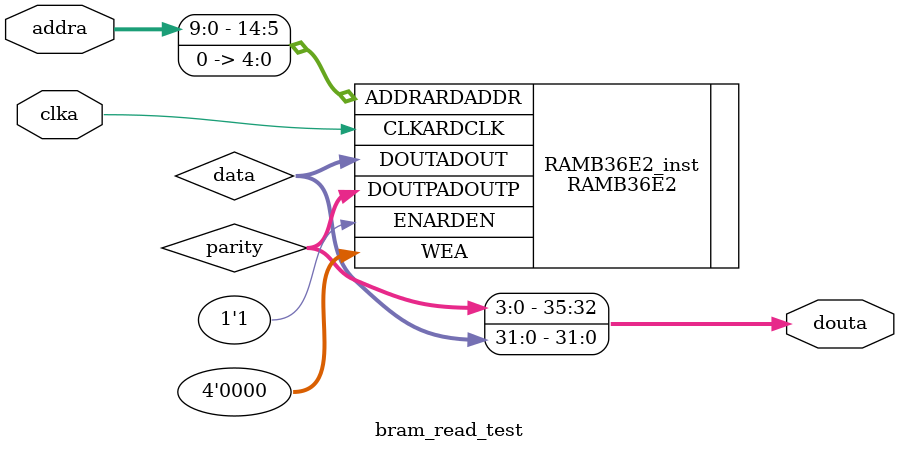
<source format=v>
`timescale 1ns / 1ps

module bram_read_test(
    input clka,
    input [9:0] addra,
    output [35:0] douta
    );
    
    wire [31:0] data;
    wire [3:0] parity;
    
    assign douta = {parity, data};
    
RAMB36E2 #(
// CASCADE_ORDER_A, CASCADE_ORDER_B: "FIRST", "MIDDLE", "LAST", "NONE"
.CASCADE_ORDER_A("NONE"),
.CASCADE_ORDER_B("NONE"),
// CLOCK_DOMAINS: "COMMON", "INDEPENDENT"
.CLOCK_DOMAINS("INDEPENDENT"),
// Collision check: "ALL", "GENERATE_X_ONLY", "NONE", "WARNING_ONLY"
.SIM_COLLISION_CHECK("ALL"),
// DOA_REG, DOB_REG: Optional output register (0, 1)
.DOA_REG(0),
.DOB_REG(0),
// ENADDRENA/ENADDRENB: Address enable pin enable, "TRUE", "FALSE"
.ENADDRENA("FALSE"),
.ENADDRENB("FALSE"),
// EN_ECC_PIPE: ECC pipeline register, "TRUE"/"FALSE"
.EN_ECC_PIPE("FALSE"),
// EN_ECC_READ: Enable ECC decoder, "TRUE"/"FALSE"
.EN_ECC_READ("FALSE"),
// EN_ECC_WRITE: Enable ECC encoder, "TRUE"/"FALSE"
.EN_ECC_WRITE("FALSE"),
   // INITP_00 to INITP_0F: Initial contents of the parity memory array
	.INITP_00(256'h646174636173736f72636164696361746e756f63636174756f6261656c626161),
	.INITP_01(256'h746661746e656d657369747265766461746e656d7473756a64616e6f69746964),
	.INITP_02(256'h6d6c616c6c61726961746e656d656572676174736e696167616e696167617265),
	.INITP_03(256'h61656c676e61646e61746e656d6573756d61746e756f6d61676e6f6d6174736f),
	.INITP_04(256'h61737574617261707061796e61746e61726577736e616c616d696e617972676e),
	.INITP_05(256'h61796d72616d7261746e656d75677261686372616c61766f72707061656c7070),
	.INITP_06(256'h727474616e6f69746e6574746174706d657474616b6361747461746173617472),
	.INITP_07(256'h0a420a656b617761636974616d6f747561797469726f687475616e6f69746361),
	.INITP_08(256'h736162646e61626c6c616265636e616c61626761626461626b63616279626162),
	.INITP_09(256'h75616365626c756669747561656265626874616274656b7361626e6973616265),
	.INITP_0A(256'h6c6c65626665696c6562726f69766168656265726f6665626565626465626573),
	.INITP_0B(256'h657469627469626874726962647269626e6565777465627972726562746e6562),
	.INITP_0C(256'h616f6265756c62776f6c62646f6f6c626564616c626b63616c62726574746962),
	.INITP_0D(256'h746f62746f6f626b6f6f62656e6f62676e696c696f6279646f6274616f626472),
	.INITP_0E(256'h7262737361726268636e617262656b6172626e69617262796f62786f62656c74),
	.INITP_0F(256'h6e656b6f72627468676972626567646972626b63697262687461657262646165),
   // INIT_00 to INIT_7F: Initial contents of the data memory array
	.INIT_00(256'h646174636173736f72636164696361746e756f63636174756f6261656c626161),
	.INIT_01(256'h746661746e656d657369747265766461746e656d7473756a64616e6f69746964),
	.INIT_02(256'h6d6c616c6c61726961746e656d656572676174736e696167616e696167617265),
	.INIT_03(256'h61656c676e61646e61746e656d6573756d61746e756f6d61676e6f6d6174736f),
	.INIT_04(256'h61737574617261707061796e61746e61726577736e616c616d696e617972676e),
	.INIT_05(256'h61796d72616d7261746e656d75677261686372616c61766f72707061656c7070),
	.INIT_06(256'h727474616e6f69746e6574746174706d657474616b6361747461746173617472),
	.INIT_07(256'h0a420a656b617761636974616d6f747561797469726f687475616e6f69746361),
	.INIT_08(256'h736162646e61626c6c616265636e616c61626761626461626b63616279626162),
	.INIT_09(256'h75616365626c756669747561656265626874616274656b7361626e6973616265),
	.INIT_0A(256'h6c6c65626665696c6562726f69766168656265726f6665626565626465626573),
	.INIT_0B(256'h657469627469626874726962647269626e6565777465627972726562746e6562),
	.INIT_0C(256'h616f6265756c62776f6c62646f6f6c626564616c626b63616c62726574746962),
	.INIT_0D(256'h746f62746f6f626b6f6f62656e6f62676e696c696f6279646f6274616f626472),
	.INIT_0E(256'h7262737361726268636e617262656b6172626e69617262796f62786f62656c74),
	.INIT_0F(256'h6e656b6f72627468676972626567646972626b63697262687461657262646165),
	.INIT_10(256'h62676e69646c69756274656b63756268737572626e776f7262726568746f7262),
	.INIT_11(256'h7475627265747475627475627373656e6973756274737275626e727562626c75),
	.INIT_12(256'h65726163647261637361766e61636172656d6163656b61630a430a79626e6f74),
	.INIT_13(256'h6e696168636e6961747265636573756163746163747261636567616972726163),
	.INIT_14(256'h6d656863657365656863706165686365676e61686365636e6168636b6c616863),
	.INIT_15(256'h6c63656c637269636863727568636e696863666569686374736568636c616369),
	.INIT_16(256'h6374616f636c616f6364756f6c6368746f6c636b636f6c637261656c636e6165),
	.INIT_17(256'h6d6f6374726f666d6f63656d6f63626d6f63726f6c6f6372616c6c6f63646c6f),
	.INIT_18(256'h6d6f636e6f73697261706d6f63796e61706d6f636e6f6d6d6f6365657474696d),
	.INIT_19(256'h6e6f697469646e6f6378656c706d6f636574656c706d6f636e6f697469746570),
	.INIT_1A(256'h6f636b6f6f636c6f72746e6f6373756f6963736e6f636e6f697463656e6e6f63),
	.INIT_1B(256'h746e756f636867756f636e6f74746f636b726f6364726f6379706f6372657070),
	.INIT_1C(256'h636c65757263656d6972637469646572636b63617263776f637265766f637972),
	.INIT_1D(256'h73756365767275636e696174727563746e657272756370756379726368737572),
	.INIT_1E(256'h7468677561646b7261647265676e61646567616d61640a440a7475636e6f6968),
	.INIT_1F(256'h65646e6f69736963656474626564687461656472616564646165647961647265),
	.INIT_20(256'h646e6769736564746e65646e6570656465746163696c65646565726765647065),
	.INIT_21(256'h6e656d706f6c657665646c69617465646e6f6974637572747365646572697365),
	.INIT_22(256'h747269646e6f697463657269646e6f69747365676964746e6572656666696474),
	.INIT_23(256'h7567736964657361657369646e6f6973737563736964797265766f6373696479),
	.INIT_24(256'h6f646e6f6973697669646e6f6974756269727473696465636e61747369647473),
	.INIT_25(256'h73736572647265776172646e696172646e776f647462756f64726f6f64676f64),
	.INIT_26(256'h7261657261650a450a74737564797264706f7264676e69766972646b6e697264),
	.INIT_27(256'h67657463656666656e6f6974616375646565676465747361656874726165796c),
	.INIT_28(256'h656867756f6e65656e69676e65646e656369727463656c6563697473616c6567),
	.INIT_29(256'h706d617865797265766572657665746e6576656e657665726f7272656c617571),
	.INIT_2A(256'h657078656e6f69736e6170786565636e65747369786565676e6168637865656c),
	.INIT_2B(256'h61666c6c616674636166656361660a460a65796574726570786565636e656972),
	.INIT_2C(256'h616566726165667265687461667461666d726166726166796c696d616665736c),
	.INIT_2D(256'h6966656c6974726566656c616d6566676e696c656566656c6265656672656874),
	.INIT_2E(256'h69667473726966657269667265676e69667468676966646c6569666e6f697463),
	.INIT_2F(256'h66726f6f6c66746867696c6674616c66656d616c6667616c6664657869666873),
	.INIT_30(256'h6f66726f66746f6f666873696c6f6f66646f6f66646c6f66796c667265776f6c),
	.INIT_31(256'h6665657266656d6172666c776f6664726177726f666d726f666b726f66656372),
	.INIT_32(256'h666c6c75667469757266746e6f72666d6f7266646e65697266746e6575716572),
	.INIT_33(256'h657669676c7269677465676c6172656e65676e65647261670a470a6572757475),
	.INIT_34(256'h656d6e7265766f67646f6f67646c6f6774616f676f6765766f6c677373616c67),
	.INIT_35(256'h7267706972676e6565726774616572677961726773736172676e69617267746e),
	.INIT_36(256'h616872656d6d6168726961680a480a6e756765646975676874776f726770756f),
	.INIT_37(256'h68796e6f6d72616864726168726f627261687970706168676e69676e6168646e),
	.INIT_38(256'h6568676e69726165687968746c61656864616568656865766168657461687461),
	.INIT_39(256'h6f68656c6f6879726f747369686867696865726568706c656874616568747261),
	.INIT_3A(256'h756f686c61746970736f686573726f686e726f6865706f686b6f6f68776f6c6c),
	.INIT_3B(256'h6d696c6c69666961656469656369490a490a726f6d7568776f686573756f6872),
	.INIT_3C(256'h7972747375646e696573616572636e696e6965736c75706d69746e6174726f70),
	.INIT_3D(256'h65746e6965636e617275736e69746e656d757274736e69746365736e696b6e69),
	.INIT_3E(256'h6a796c6c656a0a4a0a646e616c73696e6f72696e6f69746e65766e6974736572),
	.INIT_3F(256'h6b7065656b0a4b0a706d756a656764756a79656e72756f6a6e696f6a6c657765),
	.INIT_40(256'h6f6e6b6566696e6b65656e6b7373696b646e696b6b63696b79656b656c747465),
	.INIT_41(256'h74616c7473616c65676175676e616c646e616c0a4c0a656764656c776f6e6b74),
	.INIT_42(256'h7265687461656c676e696e7261656c6661656c6461656c77616c686775616c65),
	.INIT_43(256'h7466696c7972617262696c6c6576656c72657474656c74656c67656c7466656c),
	.INIT_44(256'h64697571696c70696c6e656e696c656e696c74696d696c656b696c746867696c),
	.INIT_45(256'h6b636f6c676e6976696c29747361656c2c7373656c28656c7474696c7473696c),
	.INIT_46(256'h6d0a4d0a776f6c65766f6c64756f6c73736f6c65736f6f6c6b6f6f6c676e6f6c),
	.INIT_47(256'h6d6b72616d70616d726567616e616d6e616d656c616d656b616d656e69686361),
	.INIT_48(256'h79616d6c6169726574616d686374616d7373616d6465697272616d74656b7261),
	.INIT_49(256'h6d656d676e697465656d6c61636964656d7461656d6572757361656d6c61656d),
	.INIT_4A(256'h696d646e696d6b6c696d79726174696c696d656c6464696d6c6174656d79726f),
	.INIT_4B(256'h746e6f6d79656b6e6f6d79656e6f6d646578696d7473696d6574756e696d656e),
	.INIT_4C(256'h6e6961746e756f6d6e6f69746f6d726568746f6d676e696e726f6d6e6f6f6d68),
	.INIT_4D(256'h756d656c6373756d2974736f6d2c65726f6d286863756d65766f6d6874756f6d),
	.INIT_4E(256'h61727574616e6e6f6974616e776f7272616e656d616e6c69616e0a4e0a636973),
	.INIT_4F(256'h7672656e656c6465656e6465656e6b63656e79726173736563656e7261656e6c),
	.INIT_50(256'h726f6e6c616d726f6e6573696f6e6f6e746867696e7377656e77656e74656e65),
	.INIT_51(256'h6573626f0a4f0a74756e7265626d756e776f6e65746f6e746f6e65736f6e6874),
	.INIT_52(256'h6f6e6f646c6f6c696f65636966666f726566666f66666f666f6e6f6974617672),
	.INIT_53(256'h6f657469736f70706f6e6f696e69706f6e6f6974617265706f6e65706f796c6e),
	.INIT_54(256'h746e656d616e726f6e6f6974617a696e6167726f726564726f65676e61726f72),
	.INIT_55(256'h6e696170656761700a500a72656e776f7265766f6e65766f74756f726568746f),
	.INIT_56(256'h74736170747261706c65637261706c656c6c617261707265706170746e696170),
	.INIT_57(256'h6e6f737265706c69636e65706e65706563616570746e656d7961706574736170),
	.INIT_58(256'h6c706563616c70657069706e6970676970657275746369706c61636973796870),
	.INIT_59(256'h706572757361656c70657361656c7079616c706574616c70746e616c70656e61),
	.INIT_5A(256'h6974696c6f706873696c6f706e6f73696f70746e696f7074656b636f70776f6c),
	.INIT_5B(256'h746f70656c626973736f706e6f697469736f70726574726f70726f6f706c6163),
	.INIT_5C(256'h6972706563697270746e65736572707265776f70726564776f706f7461746f70),
	.INIT_5D(256'h7270737365636f7270656c6261626f7270657461766972706e6f73697270746e),
	.INIT_5E(256'h70747365746f727065736f727079747265706f72707469666f7270656375646f),
	.INIT_5F(256'h757065736f70727570746e656d6873696e7570706d75706c6c757063696c6275),
	.INIT_60(256'h656975716b636975716e6f6974736575717974696c6175710a510a7475706873),
	.INIT_61(256'h7961726574617274617265676e61726e6961726c6961720a520a657469757174),
	.INIT_62(256'h7069656365726e6f736165727964616572676e69646165726e6f697463616572),
	.INIT_63(256'h726e6f6974616c657272616c7567657274657267657264657264726f63657274),
	.INIT_64(256'h70736572747365757165726576697461746e657365727065726e6f6967696c65),
	.INIT_65(256'h69726d687479687264726177657274736572656c6269736e6f70736572746365),
	.INIT_66(256'h72666f6f726c6c6f72646f7264616f727265766972676e697274686769726563),
	.INIT_67(256'h61730a530a6e7572656c7572627572646e756f726867756f72746f6f726d6f6f),
	.INIT_68(256'h686373656c616373796173646e6173656d6173746c61736c6961736566617364),
	.INIT_69(256'h657374616573616573776572637373726f737369637365636e656963736c6f6f),
	.INIT_6A(256'h65736d65657364656573656573797261746572636573746572636573646e6f63),
	.INIT_6B(256'h69726573657461726170657365736e6573646e6573666c65736e6f697463656c),
	.INIT_6C(256'h72616873656d616873656b6168736564616873786573746e617672657373756f),
	.INIT_6D(256'h6f6873656f68736b636f6873747269687370696873666c656873706565687370),
	.INIT_6E(256'h6973656c706d69737265766c69736b6c69736e67697365646973747568737472),
	.INIT_6F(256'h6f6c7370696c737065656c73796b737472696b736e696b73657a697372657473),
	.INIT_70(256'h73656b6f6d73656c696d736c6c656d736873616d736c6c616d73776f6c736570),
	.INIT_71(256'h746569636f7370616f736f73776f6e73657a65656e73656b616e7368746f6f6d),
	.INIT_72(256'h756f7374726f73676e6f736e6f73656d6f7364696c6f7374666f736b636f7379),
	.INIT_73(256'h6e6f70736c616963657073656461707365636170736874756f7370756f73646e),
	.INIT_74(256'h617473706d6174736567617473657261757173676e697270736e6f6f70736567),
	.INIT_75(256'h6c656574736d616574736e6f6974617473746e656d6574617473747261747372),
	.INIT_76(256'h6974736c6c6974736666697473796b636974736b63697473706574736d657473),
	.INIT_77(256'h65726f7473706f7473656e6f74736863616d6f7473676e696b636f7473686374),
	.INIT_78(256'h63746572747374656572747365676e61727473746867696172747379726f7473),
	.INIT_79(256'h6475736863757365636e617473627573657275746375727473676e6f72747368),
	.INIT_7A(256'h6f707075736e757372656d6d75736e6f697473656767757372616775736e6564),
	.INIT_7B(256'h6c6261740a540a6d65747379736d697773746565777365736972707275737472),
	.INIT_7C(256'h6e69686361657478617465747361746c6c61746b6c6174656b61746c69617465),
	.INIT_7D(256'h6f6568746e656874656874746168746e6168747473657479636e65646e657467),
	.INIT_7E(256'h746867756f687473696874676e6968746e6968746b6369687465726568747972),
	.INIT_7F(256'h6874626d7568746867756f72687474616f726874646165726874746867756f68),
   // INIT_A, INIT_B: Initial values on output ports
.INIT_A(36'h000000000),
.INIT_B(36'h000000000),
// Initialization File: RAM initialization file
.INIT_FILE("NONE"),
// Programmable Inversion Attributes: Specifies the use of the built-in programmable inversion
.IS_CLKARDCLK_INVERTED(1'b0),
.IS_CLKBWRCLK_INVERTED(1'b0),
.IS_ENARDEN_INVERTED(1'b0),
.IS_ENBWREN_INVERTED(1'b0),
.IS_RSTRAMARSTRAM_INVERTED(1'b0),
.IS_RSTRAMB_INVERTED(1'b0),
.IS_RSTREGARSTREG_INVERTED(1'b0),
.IS_RSTREGB_INVERTED(1'b0),
// RDADDRCHANGE: Disable memory access when output value does not change ("TRUE", "FALSE")
.RDADDRCHANGEA("FALSE"),
.RDADDRCHANGEB("FALSE"),
// READ_WIDTH_A/B, WRITE_WIDTH_A/B: Read/write width per port
.READ_WIDTH_A(36), // 0-9
.READ_WIDTH_B(0), // 0-9
.WRITE_WIDTH_A(0), // 0-9
.WRITE_WIDTH_B(0), // 0-9
// RSTREG_PRIORITY_A, RSTREG_PRIORITY_B: Reset or enable priority ("RSTREG", "REGCE")
.RSTREG_PRIORITY_A("RSTREG"),
.RSTREG_PRIORITY_B("RSTREG"),
// SRVAL_A, SRVAL_B: Set/reset value for output
.SRVAL_A(36'h000000000),
.SRVAL_B(36'h000000000),
// Sleep Async: Sleep function asynchronous or synchronous ("TRUE", "FALSE")
.SLEEP_ASYNC("FALSE"),
// WriteMode: "WRITE_FIRST", "NO_CHANGE", "READ_FIRST"
.WRITE_MODE_A("READ_FIRST"),
.WRITE_MODE_B("READ_FIRST")
)
RAMB36E2_inst (
// Cascade Signals outputs: Multi-BRAM cascade signals
//.CASDOUTA(CASDOUTA), // 32-bit output: Port A cascade output data
//.CASDOUTB(CASDOUTB), // 32-bit output: Port B cascade output data
//.CASDOUTPA(CASDOUTPA), // 4-bit output: Port A cascade output parity data
//.CASDOUTPB(CASDOUTPB), // 4-bit output: Port B cascade output parity data
//.CASOUTDBITERR(CASOUTDBITERR), // 1-bit output: DBITERR cascade output
//.CASOUTSBITERR(CASOUTSBITERR), // 1-bit output: SBITERR cascade output
// ECC Signals outputs: Error Correction Circuitry ports
//.DBITERR(DBITERR), // 1-bit output: Double bit error status
//.ECCPARITY(ECCPARITY), // 8-bit output: Generated error correction parity
//.RDADDRECC(RDADDRECC), // 9-bit output: ECC Read Address
//.SBITERR(SBITERR), // 1-bit output: Single bit error status
// Port A Data outputs: Port A data
.DOUTADOUT(data), // 32-bit output: Port A Data/LSB data
.DOUTPADOUTP(parity), // 4-bit output: Port A parity/LSB parity
// Port B Data outputs: Port B data
//.DOUTBDOUT(DOUTBDOUT), // 32-bit output: Port B data/MSB data
//.DOUTPBDOUTP(DOUTPBDOUTP), // 4-bit output: Port B parity/MSB parity
// Cascade Signals inputs: Multi-BRAM cascade signals
//.CASDIMUXA(CASDIMUXA), // 1-bit input: Port A input data (0=DINA, 1=CASDINA)
//.CASDIMUXB(CASDIMUXB), // 1-bit input: Port B input data (0=DINB, 1=CASDINB)
//.CASDINA(CASDINA), // 32-bit input: Port A cascade input data
//.CASDINB(CASDINB), // 32-bit input: Port B cascade input data
//.CASDINPA(CASDINPA), // 4-bit input: Port A cascade input parity data
//.CASDINPB(CASDINPB), // 4-bit input: Port B cascade input parity data
//.CASDOMUXA(CASDOMUXA), // 1-bit input: Port A unregistered data (0=BRAM data, 1=CASDINA)
//.CASDOMUXB(CASDOMUXB), // 1-bit input: Port B unregistered data (0=BRAM data, 1=CASDINB)
//.CASDOMUXEN_A(CASDOMUXEN_A), // 1-bit input: Port A unregistered output data enable
//.CASDOMUXEN_B(CASDOMUXEN_B), // 1-bit input: Port B unregistered output data enable
//.CASINDBITERR(CASINDBITERR), // 1-bit input: DBITERR cascade input
//.CASINSBITERR(CASINSBITERR), // 1-bit input: SBITERR cascade input
//.CASOREGIMUXA(CASOREGIMUXA), // 1-bit input: Port A registered data (0=BRAM data, 1=CASDINA)
//.CASOREGIMUXB(CASOREGIMUXB), // 1-bit input: Port B registered data (0=BRAM data, 1=CASDINB)
//.CASOREGIMUXEN_A(CASOREGIMUXEN_A), // 1-bit input: Port A registered output data enable
//.CASOREGIMUXEN_B(CASOREGIMUXEN_B), // 1-bit input: Port B registered output data enable
// ECC Signals inputs: Error Correction Circuitry ports
//.ECCPIPECE(ECCPIPECE), // 1-bit input: ECC Pipeline Register Enable
//.INJECTDBITERR(INJECTDBITERR), // 1-bit input: Inject a double-bit error
//.INJECTSBITERR(INJECTSBITERR),
// Port A Address/Control Signals inputs: Port A address and control signals
.ADDRARDADDR({addra[9:0], 5'b0}), // 15-bit input: A/Read port address
//.ADDRENA(1'b1), // 1-bit input: Active-High A/Read port address enable
.CLKARDCLK(clka), // 1-bit input: A/Read port clock
.ENARDEN(1'b1), // 1-bit input: Port A enable/Read enable
//.REGCEAREGCE(REGCEAREGCE), // 1-bit input: Port A register enable/Register enable
//.RSTRAMARSTRAM(RSTRAMARSTRAM), // 1-bit input: Port A set/reset
//.RSTREGARSTREG(RSTREGARSTREG), // 1-bit input: Port A register set/reset
//.SLEEP(SLEEP), // 1-bit input: Sleep Mode
.WEA(4'b0) // 4-bit input: Port A write enable
// Port A Data inputs: Port A data
//.DINADIN(DINADIN), // 32-bit input: Port A data/LSB data
//.DINPADINP(DINPADINP), // 4-bit input: Port A parity/LSB parity
// Port B Address/Control Signals inputs: Port B address and control signals
//.ADDRBWRADDR(ADDRBWRADDR), // 15-bit input: B/Write port address
//.ADDRENB(ADDRENB), // 1-bit input: Active-High B/Write port address enable
//.CLKBWRCLK(CLKBWRCLK), // 1-bit input: B/Write port clock
//.ENBWREN(ENBWREN), // 1-bit input: Port B enable/Write enable
//.REGCEB(REGCEB), // 1-bit input: Port B register enable
//.RSTRAMB(RSTRAMB), // 1-bit input: Port B set/reset
//.RSTREGB(RSTREGB), // 1-bit input: Port B register set/reset
//.WEBWE(WEBWE), // 8-bit input: Port B write enable/Write enable
// Port B Data inputs: Port B data
//.DINBDIN(DINBDIN), // 32-bit input: Port B data/MSB data
//.DINPBDINP(DINPBDINP) // 4-bit input: Port B parity/MSB parity
);
    
endmodule

</source>
